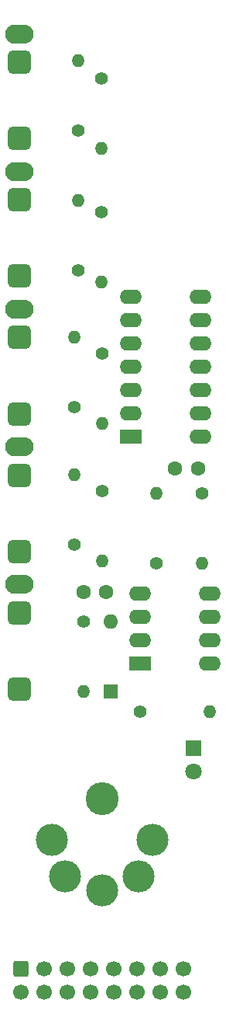
<source format=gbs>
%TF.GenerationSoftware,KiCad,Pcbnew,(6.0.1)*%
%TF.CreationDate,2022-10-16T16:10:36-04:00*%
%TF.ProjectId,SYNTH-MIDI-THRU,53594e54-482d-44d4-9944-492d54485255,1*%
%TF.SameCoordinates,Original*%
%TF.FileFunction,Soldermask,Bot*%
%TF.FilePolarity,Negative*%
%FSLAX46Y46*%
G04 Gerber Fmt 4.6, Leading zero omitted, Abs format (unit mm)*
G04 Created by KiCad (PCBNEW (6.0.1)) date 2022-10-16 16:10:36*
%MOMM*%
%LPD*%
G01*
G04 APERTURE LIST*
G04 Aperture macros list*
%AMRoundRect*
0 Rectangle with rounded corners*
0 $1 Rounding radius*
0 $2 $3 $4 $5 $6 $7 $8 $9 X,Y pos of 4 corners*
0 Add a 4 corners polygon primitive as box body*
4,1,4,$2,$3,$4,$5,$6,$7,$8,$9,$2,$3,0*
0 Add four circle primitives for the rounded corners*
1,1,$1+$1,$2,$3*
1,1,$1+$1,$4,$5*
1,1,$1+$1,$6,$7*
1,1,$1+$1,$8,$9*
0 Add four rect primitives between the rounded corners*
20,1,$1+$1,$2,$3,$4,$5,0*
20,1,$1+$1,$4,$5,$6,$7,0*
20,1,$1+$1,$6,$7,$8,$9,0*
20,1,$1+$1,$8,$9,$2,$3,0*%
G04 Aperture macros list end*
%ADD10O,3.500000X3.500000*%
%ADD11C,3.500000*%
%ADD12C,3.600000*%
%ADD13RoundRect,0.650000X0.650000X0.650000X-0.650000X0.650000X-0.650000X-0.650000X0.650000X-0.650000X0*%
%ADD14O,3.100000X2.100000*%
%ADD15R,1.800000X1.800000*%
%ADD16C,1.800000*%
%ADD17C,1.400000*%
%ADD18O,1.400000X1.400000*%
%ADD19R,2.400000X1.600000*%
%ADD20O,2.400000X1.600000*%
%ADD21C,1.600000*%
%ADD22R,1.600000X1.600000*%
%ADD23O,1.600000X1.600000*%
%ADD24RoundRect,0.250000X-0.600000X0.600000X-0.600000X-0.600000X0.600000X-0.600000X0.600000X0.600000X0*%
%ADD25C,1.700000*%
G04 APERTURE END LIST*
D10*
%TO.C,J7*%
X19500000Y-90000000D03*
X14000000Y-95500000D03*
D11*
X8500000Y-90000000D03*
D10*
X18000000Y-94000000D03*
X10000000Y-94000000D03*
D12*
X14000000Y-85500000D03*
%TD*%
D13*
%TO.C,J5*%
X5000000Y-50240000D03*
D14*
X5000000Y-47140000D03*
D13*
X5000000Y-58540000D03*
%TD*%
%TO.C,J4*%
X5000000Y-35240000D03*
D14*
X5000000Y-32140000D03*
D13*
X5000000Y-43540000D03*
%TD*%
D15*
%TO.C,D1*%
X24000000Y-80000000D03*
D16*
X24000000Y-82540000D03*
%TD*%
D13*
%TO.C,J1*%
X5000000Y-65240000D03*
D14*
X5000000Y-62140000D03*
D13*
X5000000Y-73540000D03*
%TD*%
%TO.C,J2*%
X5000000Y-5240000D03*
D14*
X5000000Y-2140000D03*
D13*
X5000000Y-13540000D03*
%TD*%
%TO.C,J3*%
X5000000Y-20240000D03*
D14*
X5000000Y-17140000D03*
D13*
X5000000Y-28540000D03*
%TD*%
D17*
%TO.C,R8*%
X11000000Y-42810000D03*
D18*
X11000000Y-35190000D03*
%TD*%
D17*
%TO.C,R6*%
X11430000Y-27940000D03*
D18*
X11430000Y-20320000D03*
%TD*%
D17*
%TO.C,R7*%
X13970000Y-21590000D03*
D18*
X13970000Y-29210000D03*
%TD*%
D17*
%TO.C,R4*%
X11430000Y-12700000D03*
D18*
X11430000Y-5080000D03*
%TD*%
D19*
%TO.C,U1*%
X17175000Y-46000000D03*
D20*
X17175000Y-43460000D03*
X17175000Y-40920000D03*
X17175000Y-38380000D03*
X17175000Y-35840000D03*
X17175000Y-33300000D03*
X17175000Y-30760000D03*
X24795000Y-30760000D03*
X24795000Y-33300000D03*
X24795000Y-35840000D03*
X24795000Y-38380000D03*
X24795000Y-40920000D03*
X24795000Y-43460000D03*
X24795000Y-46000000D03*
%TD*%
D17*
%TO.C,R11*%
X14000000Y-52000000D03*
D18*
X14000000Y-59620000D03*
%TD*%
D21*
%TO.C,C1*%
X12000000Y-63000000D03*
X14500000Y-63000000D03*
%TD*%
D17*
%TO.C,R5*%
X13970000Y-6985000D03*
D18*
X13970000Y-14605000D03*
%TD*%
D17*
%TO.C,R3*%
X12000000Y-66190000D03*
D18*
X12000000Y-73810000D03*
%TD*%
D17*
%TO.C,R9*%
X14000000Y-37000000D03*
D18*
X14000000Y-44620000D03*
%TD*%
D22*
%TO.C,D2*%
X15000000Y-73810000D03*
D23*
X15000000Y-66190000D03*
%TD*%
D24*
%TO.C,J6*%
X5110000Y-103997500D03*
D25*
X5110000Y-106537500D03*
X7650000Y-103997500D03*
X7650000Y-106537500D03*
X10190000Y-103997500D03*
X10190000Y-106537500D03*
X12730000Y-103997500D03*
X12730000Y-106537500D03*
X15270000Y-103997500D03*
X15270000Y-106537500D03*
X17810000Y-103997500D03*
X17810000Y-106537500D03*
X20350000Y-103997500D03*
X20350000Y-106537500D03*
X22890000Y-103997500D03*
X22890000Y-106537500D03*
%TD*%
D17*
%TO.C,R10*%
X11000000Y-57810000D03*
D18*
X11000000Y-50190000D03*
%TD*%
D17*
%TO.C,R12*%
X25000000Y-52190000D03*
D18*
X25000000Y-59810000D03*
%TD*%
D17*
%TO.C,R2*%
X18190000Y-76000000D03*
D18*
X25810000Y-76000000D03*
%TD*%
D17*
%TO.C,R1*%
X20000000Y-59810000D03*
D18*
X20000000Y-52190000D03*
%TD*%
D19*
%TO.C,U2*%
X18200000Y-70800000D03*
D20*
X18200000Y-68260000D03*
X18200000Y-65720000D03*
X18200000Y-63180000D03*
X25820000Y-63180000D03*
X25820000Y-65720000D03*
X25820000Y-68260000D03*
X25820000Y-70800000D03*
%TD*%
D21*
%TO.C,C2*%
X22000000Y-49530000D03*
X24500000Y-49530000D03*
%TD*%
M02*

</source>
